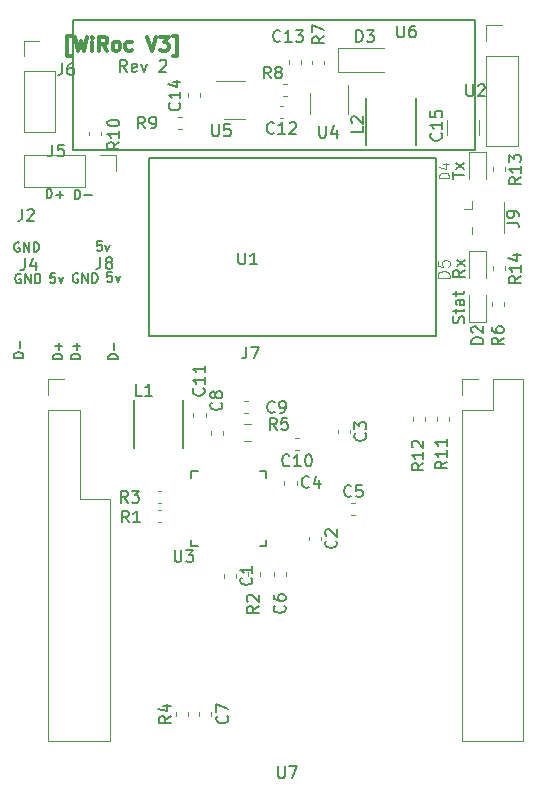
<source format=gto>
G04 #@! TF.GenerationSoftware,KiCad,Pcbnew,5.0.2-bee76a0~70~ubuntu16.04.1*
G04 #@! TF.CreationDate,2019-09-16T22:34:13+02:00*
G04 #@! TF.ProjectId,WiRoc_NanoPi_v1,5769526f-635f-44e6-916e-6f50695f7631,rev?*
G04 #@! TF.SameCoordinates,Original*
G04 #@! TF.FileFunction,Legend,Top*
G04 #@! TF.FilePolarity,Positive*
%FSLAX46Y46*%
G04 Gerber Fmt 4.6, Leading zero omitted, Abs format (unit mm)*
G04 Created by KiCad (PCBNEW 5.0.2-bee76a0~70~ubuntu16.04.1) date mån 16 sep 2019 22:34:13*
%MOMM*%
%LPD*%
G01*
G04 APERTURE LIST*
%ADD10C,0.200000*%
%ADD11C,0.300000*%
%ADD12C,0.150000*%
%ADD13C,0.120000*%
%ADD14C,0.100000*%
G04 APERTURE END LIST*
D10*
X87453161Y-72194923D02*
X87500780Y-72052066D01*
X87500780Y-71813971D01*
X87453161Y-71718733D01*
X87405542Y-71671114D01*
X87310304Y-71623495D01*
X87215066Y-71623495D01*
X87119828Y-71671114D01*
X87072209Y-71718733D01*
X87024590Y-71813971D01*
X86976971Y-72004447D01*
X86929352Y-72099685D01*
X86881733Y-72147304D01*
X86786495Y-72194923D01*
X86691257Y-72194923D01*
X86596019Y-72147304D01*
X86548400Y-72099685D01*
X86500780Y-72004447D01*
X86500780Y-71766352D01*
X86548400Y-71623495D01*
X86834114Y-71337780D02*
X86834114Y-70956828D01*
X86500780Y-71194923D02*
X87357923Y-71194923D01*
X87453161Y-71147304D01*
X87500780Y-71052066D01*
X87500780Y-70956828D01*
X87500780Y-70194923D02*
X86976971Y-70194923D01*
X86881733Y-70242542D01*
X86834114Y-70337780D01*
X86834114Y-70528257D01*
X86881733Y-70623495D01*
X87453161Y-70194923D02*
X87500780Y-70290161D01*
X87500780Y-70528257D01*
X87453161Y-70623495D01*
X87357923Y-70671114D01*
X87262685Y-70671114D01*
X87167447Y-70623495D01*
X87119828Y-70528257D01*
X87119828Y-70290161D01*
X87072209Y-70194923D01*
X86834114Y-69861590D02*
X86834114Y-69480638D01*
X86500780Y-69718733D02*
X87357923Y-69718733D01*
X87453161Y-69671114D01*
X87500780Y-69575876D01*
X87500780Y-69480638D01*
X87526180Y-67704038D02*
X87049990Y-68037371D01*
X87526180Y-68275466D02*
X86526180Y-68275466D01*
X86526180Y-67894514D01*
X86573800Y-67799276D01*
X86621419Y-67751657D01*
X86716657Y-67704038D01*
X86859514Y-67704038D01*
X86954752Y-67751657D01*
X87002371Y-67799276D01*
X87049990Y-67894514D01*
X87049990Y-68275466D01*
X87526180Y-67370704D02*
X86859514Y-66846895D01*
X86859514Y-67370704D02*
X87526180Y-66846895D01*
X86500780Y-59942676D02*
X86500780Y-59371247D01*
X87500780Y-59656961D02*
X86500780Y-59656961D01*
X87500780Y-59133152D02*
X86834114Y-58609342D01*
X86834114Y-59133152D02*
X87500780Y-58609342D01*
X58945057Y-50890780D02*
X58611723Y-50414590D01*
X58373628Y-50890780D02*
X58373628Y-49890780D01*
X58754580Y-49890780D01*
X58849819Y-49938400D01*
X58897438Y-49986019D01*
X58945057Y-50081257D01*
X58945057Y-50224114D01*
X58897438Y-50319352D01*
X58849819Y-50366971D01*
X58754580Y-50414590D01*
X58373628Y-50414590D01*
X59754580Y-50843161D02*
X59659342Y-50890780D01*
X59468866Y-50890780D01*
X59373628Y-50843161D01*
X59326009Y-50747923D01*
X59326009Y-50366971D01*
X59373628Y-50271733D01*
X59468866Y-50224114D01*
X59659342Y-50224114D01*
X59754580Y-50271733D01*
X59802200Y-50366971D01*
X59802200Y-50462209D01*
X59326009Y-50557447D01*
X60135533Y-50224114D02*
X60373628Y-50890780D01*
X60611723Y-50224114D01*
X61706961Y-49986019D02*
X61754580Y-49938400D01*
X61849819Y-49890780D01*
X62087914Y-49890780D01*
X62183152Y-49938400D01*
X62230771Y-49986019D01*
X62278390Y-50081257D01*
X62278390Y-50176495D01*
X62230771Y-50319352D01*
X61659342Y-50890780D01*
X62278390Y-50890780D01*
D11*
X54181342Y-49552457D02*
X53895628Y-49552457D01*
X53895628Y-47838171D01*
X54181342Y-47838171D01*
X54524200Y-47952457D02*
X54809914Y-49152457D01*
X55038485Y-48295314D01*
X55267057Y-49152457D01*
X55552771Y-47952457D01*
X56009914Y-49152457D02*
X56009914Y-48352457D01*
X56009914Y-47952457D02*
X55952771Y-48009600D01*
X56009914Y-48066742D01*
X56067057Y-48009600D01*
X56009914Y-47952457D01*
X56009914Y-48066742D01*
X57267057Y-49152457D02*
X56867057Y-48581028D01*
X56581342Y-49152457D02*
X56581342Y-47952457D01*
X57038485Y-47952457D01*
X57152771Y-48009600D01*
X57209914Y-48066742D01*
X57267057Y-48181028D01*
X57267057Y-48352457D01*
X57209914Y-48466742D01*
X57152771Y-48523885D01*
X57038485Y-48581028D01*
X56581342Y-48581028D01*
X57952771Y-49152457D02*
X57838485Y-49095314D01*
X57781342Y-49038171D01*
X57724200Y-48923885D01*
X57724200Y-48581028D01*
X57781342Y-48466742D01*
X57838485Y-48409600D01*
X57952771Y-48352457D01*
X58124200Y-48352457D01*
X58238485Y-48409600D01*
X58295628Y-48466742D01*
X58352771Y-48581028D01*
X58352771Y-48923885D01*
X58295628Y-49038171D01*
X58238485Y-49095314D01*
X58124200Y-49152457D01*
X57952771Y-49152457D01*
X59381342Y-49095314D02*
X59267057Y-49152457D01*
X59038485Y-49152457D01*
X58924200Y-49095314D01*
X58867057Y-49038171D01*
X58809914Y-48923885D01*
X58809914Y-48581028D01*
X58867057Y-48466742D01*
X58924200Y-48409600D01*
X59038485Y-48352457D01*
X59267057Y-48352457D01*
X59381342Y-48409600D01*
X60638485Y-47952457D02*
X61038485Y-49152457D01*
X61438485Y-47952457D01*
X61724200Y-47952457D02*
X62467057Y-47952457D01*
X62067057Y-48409600D01*
X62238485Y-48409600D01*
X62352771Y-48466742D01*
X62409914Y-48523885D01*
X62467057Y-48638171D01*
X62467057Y-48923885D01*
X62409914Y-49038171D01*
X62352771Y-49095314D01*
X62238485Y-49152457D01*
X61895628Y-49152457D01*
X61781342Y-49095314D01*
X61724200Y-49038171D01*
X62867057Y-49552457D02*
X63152771Y-49552457D01*
X63152771Y-47838171D01*
X62867057Y-47838171D01*
D12*
G04 #@! TO.C,U3*
X70724800Y-84708600D02*
X70174800Y-84708600D01*
X70724800Y-91058600D02*
X70174800Y-91058600D01*
X64374800Y-91058600D02*
X64924800Y-91058600D01*
X64374800Y-84708600D02*
X64924800Y-84708600D01*
X64374800Y-91058600D02*
X64374800Y-90508600D01*
X70724800Y-91058600D02*
X70724800Y-90508600D01*
X70724800Y-84708600D02*
X70724800Y-85258600D01*
X64374800Y-84708600D02*
X64374800Y-85258600D01*
D13*
G04 #@! TO.C,J7*
X87290000Y-79535000D02*
X89890000Y-79535000D01*
X87290000Y-107535000D02*
X92490000Y-107535000D01*
X87290000Y-76935000D02*
X88620000Y-76935000D01*
X92490000Y-76935000D02*
X92490000Y-107535000D01*
X87290000Y-78265000D02*
X87290000Y-76935000D01*
X89890000Y-79535000D02*
X89890000Y-76935000D01*
X87290000Y-79535000D02*
X87290000Y-107535000D01*
X89890000Y-76935000D02*
X92490000Y-76935000D01*
X52280000Y-107535000D02*
X57480000Y-107535000D01*
X52280000Y-76935000D02*
X53610000Y-76935000D01*
X52280000Y-78265000D02*
X52280000Y-76935000D01*
X52280000Y-79535000D02*
X54940000Y-79535000D01*
X54956200Y-79535000D02*
X54956200Y-87115000D01*
X52280000Y-79535000D02*
X52280000Y-107535000D01*
X54950000Y-87115000D02*
X57400000Y-87115000D01*
X57480000Y-87115000D02*
X57480000Y-107535000D01*
D12*
G04 #@! TO.C,U1*
X85124200Y-73235200D02*
X85124200Y-58235200D01*
X60824200Y-73235200D02*
X85124200Y-73235200D01*
X60824200Y-58235200D02*
X60824200Y-73235200D01*
X85124200Y-58235200D02*
X60824200Y-58235200D01*
D13*
G04 #@! TO.C,J6*
X50183800Y-48270200D02*
X51513800Y-48270200D01*
X50183800Y-49600200D02*
X50183800Y-48270200D01*
X50183800Y-50870200D02*
X52843800Y-50870200D01*
X52843800Y-50870200D02*
X52843800Y-56010200D01*
X50183800Y-50870200D02*
X50183800Y-56010200D01*
X50183800Y-56010200D02*
X52843800Y-56010200D01*
G04 #@! TO.C,U4*
X74458086Y-52682546D02*
X74458086Y-54482546D01*
X77678086Y-54482546D02*
X77678086Y-52032546D01*
G04 #@! TO.C,U5*
X67121200Y-54891200D02*
X68921200Y-54891200D01*
X68921200Y-51671200D02*
X66471200Y-51671200D01*
D12*
G04 #@! TO.C,L1*
X63709400Y-82724500D02*
X63709400Y-78724500D01*
X59509400Y-82724500D02*
X59509400Y-78724500D01*
G04 #@! TO.C,L2*
X79180000Y-57118000D02*
X79180000Y-53118000D01*
X83380000Y-57118000D02*
X83380000Y-53118000D01*
D13*
G04 #@! TO.C,C4*
X72275400Y-85891079D02*
X72275400Y-85565521D01*
X73295400Y-85891079D02*
X73295400Y-85565521D01*
G04 #@! TO.C,C5*
X77942221Y-88394000D02*
X78267779Y-88394000D01*
X77942221Y-87374000D02*
X78267779Y-87374000D01*
G04 #@! TO.C,C6*
X71356000Y-93297221D02*
X71356000Y-93622779D01*
X72376000Y-93297221D02*
X72376000Y-93622779D01*
G04 #@! TO.C,C7*
X65022000Y-105445779D02*
X65022000Y-105120221D01*
X66042000Y-105445779D02*
X66042000Y-105120221D01*
G04 #@! TO.C,C8*
X67034380Y-81333121D02*
X67034380Y-81658679D01*
X66014380Y-81333121D02*
X66014380Y-81658679D01*
G04 #@! TO.C,C9*
X69148419Y-79758000D02*
X68822861Y-79758000D01*
X69148419Y-78738000D02*
X68822861Y-78738000D01*
G04 #@! TO.C,C10*
X73494279Y-81916300D02*
X73168721Y-81916300D01*
X73494279Y-82936300D02*
X73168721Y-82936300D01*
G04 #@! TO.C,C11*
X65589120Y-80157539D02*
X65589120Y-79831981D01*
X64569120Y-80157539D02*
X64569120Y-79831981D01*
G04 #@! TO.C,C12*
X72188799Y-53764260D02*
X71863241Y-53764260D01*
X72188799Y-54784260D02*
X71863241Y-54784260D01*
G04 #@! TO.C,C13*
X73636600Y-49930721D02*
X73636600Y-50256279D01*
X72616600Y-49930721D02*
X72616600Y-50256279D01*
G04 #@! TO.C,C14*
X65127500Y-52736049D02*
X65127500Y-53061607D01*
X64107500Y-52736049D02*
X64107500Y-53061607D01*
G04 #@! TO.C,D2*
X87860200Y-69799300D02*
X87860200Y-72084300D01*
X87860200Y-72084300D02*
X89330200Y-72084300D01*
X89330200Y-72084300D02*
X89330200Y-69799300D01*
G04 #@! TO.C,D3*
X76824520Y-48918160D02*
X76824520Y-50918160D01*
X76824520Y-50918160D02*
X80724520Y-50918160D01*
X76824520Y-48918160D02*
X80724520Y-48918160D01*
G04 #@! TO.C,R1*
X61535521Y-89019600D02*
X61861079Y-89019600D01*
X61535521Y-87999600D02*
X61861079Y-87999600D01*
G04 #@! TO.C,R2*
X69189300Y-93561879D02*
X69189300Y-93236321D01*
X70209300Y-93561879D02*
X70209300Y-93236321D01*
G04 #@! TO.C,R3*
X61523521Y-87380100D02*
X61849079Y-87380100D01*
X61523521Y-86360100D02*
X61849079Y-86360100D01*
G04 #@! TO.C,R4*
X64137000Y-105445779D02*
X64137000Y-105120221D01*
X63117000Y-105445779D02*
X63117000Y-105120221D01*
G04 #@! TO.C,R5*
X68882002Y-80724940D02*
X69399158Y-80724940D01*
X68882002Y-82144940D02*
X69399158Y-82144940D01*
G04 #@! TO.C,R6*
X90883200Y-70762079D02*
X90883200Y-70436521D01*
X89863200Y-70762079D02*
X89863200Y-70436521D01*
G04 #@! TO.C,R7*
X75592400Y-50281679D02*
X75592400Y-49956121D01*
X74572400Y-50281679D02*
X74572400Y-49956121D01*
G04 #@! TO.C,R8*
X72129941Y-51948160D02*
X72455499Y-51948160D01*
X72129941Y-52968160D02*
X72455499Y-52968160D01*
G04 #@! TO.C,R9*
X63235621Y-54765100D02*
X63561179Y-54765100D01*
X63235621Y-55785100D02*
X63561179Y-55785100D01*
G04 #@! TO.C,R10*
X56771000Y-55971221D02*
X56771000Y-56296779D01*
X55751000Y-55971221D02*
X55751000Y-56296779D01*
G04 #@! TO.C,R11*
X86168960Y-80159641D02*
X86168960Y-80485199D01*
X85148960Y-80159641D02*
X85148960Y-80485199D01*
G04 #@! TO.C,R12*
X84157280Y-80146941D02*
X84157280Y-80472499D01*
X83137280Y-80146941D02*
X83137280Y-80472499D01*
G04 #@! TO.C,D4*
X89355600Y-59969300D02*
X89355600Y-57684300D01*
X89355600Y-57684300D02*
X87885600Y-57684300D01*
X87885600Y-57684300D02*
X87885600Y-59969300D01*
G04 #@! TO.C,D5*
X87885600Y-66040900D02*
X87885600Y-68325900D01*
X89355600Y-66040900D02*
X87885600Y-66040900D01*
X89355600Y-68325900D02*
X89355600Y-66040900D01*
G04 #@! TO.C,R13*
X89888600Y-59332079D02*
X89888600Y-59006521D01*
X90908600Y-59332079D02*
X90908600Y-59006521D01*
G04 #@! TO.C,R14*
X90908600Y-67688679D02*
X90908600Y-67363121D01*
X89888600Y-67688679D02*
X89888600Y-67363121D01*
G04 #@! TO.C,J5*
X50232000Y-57979000D02*
X50232000Y-60639000D01*
X55372000Y-57979000D02*
X50232000Y-57979000D01*
X55372000Y-60639000D02*
X50232000Y-60639000D01*
X55372000Y-57979000D02*
X55372000Y-60639000D01*
X56642000Y-57979000D02*
X57972000Y-57979000D01*
X57972000Y-57979000D02*
X57972000Y-59309000D01*
D12*
G04 #@! TO.C,U2*
X88392000Y-46482000D02*
X54356000Y-46482000D01*
X54356000Y-46482000D02*
X54356000Y-57531000D01*
X88392000Y-46482000D02*
X88392000Y-57531000D01*
X88392000Y-57531000D02*
X54356000Y-57531000D01*
D13*
X89348000Y-49530000D02*
X89348000Y-57210000D01*
X89348000Y-57210000D02*
X92008000Y-57210000D01*
X92008000Y-57210000D02*
X92008000Y-49530000D01*
X92008000Y-49530000D02*
X89348000Y-49530000D01*
X89348000Y-48260000D02*
X89348000Y-46930000D01*
X89348000Y-46930000D02*
X90678000Y-46930000D01*
G04 #@! TO.C,C15*
X88736000Y-55023936D02*
X88736000Y-56228064D01*
X86016000Y-55023936D02*
X86016000Y-56228064D01*
G04 #@! TO.C,J9*
X90862000Y-61896000D02*
X90862000Y-64596000D01*
X88142000Y-62486000D02*
X87512000Y-62486000D01*
X88142000Y-64646000D02*
X88142000Y-64006000D01*
X88142000Y-61846000D02*
X88142000Y-62486000D01*
G04 #@! TO.C,C1*
X68177300Y-93414821D02*
X68177300Y-93740379D01*
X67157300Y-93414821D02*
X67157300Y-93740379D01*
G04 #@! TO.C,C2*
X74332800Y-90263821D02*
X74332800Y-90589379D01*
X75352800Y-90263821D02*
X75352800Y-90589379D01*
G04 #@! TO.C,C3*
X77811600Y-81193421D02*
X77811600Y-81518979D01*
X76791600Y-81193421D02*
X76791600Y-81518979D01*
G04 #@! TO.C,U3*
D12*
X62976095Y-91400380D02*
X62976095Y-92209904D01*
X63023714Y-92305142D01*
X63071333Y-92352761D01*
X63166571Y-92400380D01*
X63357047Y-92400380D01*
X63452285Y-92352761D01*
X63499904Y-92305142D01*
X63547523Y-92209904D01*
X63547523Y-91400380D01*
X63928476Y-91400380D02*
X64547523Y-91400380D01*
X64214190Y-91781333D01*
X64357047Y-91781333D01*
X64452285Y-91828952D01*
X64499904Y-91876571D01*
X64547523Y-91971809D01*
X64547523Y-92209904D01*
X64499904Y-92305142D01*
X64452285Y-92352761D01*
X64357047Y-92400380D01*
X64071333Y-92400380D01*
X63976095Y-92352761D01*
X63928476Y-92305142D01*
G04 #@! TO.C,J7*
X69048666Y-74166380D02*
X69048666Y-74880666D01*
X69001047Y-75023523D01*
X68905809Y-75118761D01*
X68762952Y-75166380D01*
X68667714Y-75166380D01*
X69429619Y-74166380D02*
X70096285Y-74166380D01*
X69667714Y-75166380D01*
G04 #@! TO.C,U1*
X68379495Y-66222980D02*
X68379495Y-67032504D01*
X68427114Y-67127742D01*
X68474733Y-67175361D01*
X68569971Y-67222980D01*
X68760447Y-67222980D01*
X68855685Y-67175361D01*
X68903304Y-67127742D01*
X68950923Y-67032504D01*
X68950923Y-66222980D01*
X69950923Y-67222980D02*
X69379495Y-67222980D01*
X69665209Y-67222980D02*
X69665209Y-66222980D01*
X69569971Y-66365838D01*
X69474733Y-66461076D01*
X69379495Y-66508695D01*
G04 #@! TO.C,U7*
X71732295Y-109707780D02*
X71732295Y-110517304D01*
X71779914Y-110612542D01*
X71827533Y-110660161D01*
X71922771Y-110707780D01*
X72113247Y-110707780D01*
X72208485Y-110660161D01*
X72256104Y-110612542D01*
X72303723Y-110517304D01*
X72303723Y-109707780D01*
X72684676Y-109707780D02*
X73351342Y-109707780D01*
X72922771Y-110707780D01*
G04 #@! TO.C,U6*
X81830895Y-46995180D02*
X81830895Y-47804704D01*
X81878514Y-47899942D01*
X81926133Y-47947561D01*
X82021371Y-47995180D01*
X82211847Y-47995180D01*
X82307085Y-47947561D01*
X82354704Y-47899942D01*
X82402323Y-47804704D01*
X82402323Y-46995180D01*
X83307085Y-46995180D02*
X83116609Y-46995180D01*
X83021371Y-47042800D01*
X82973752Y-47090419D01*
X82878514Y-47233276D01*
X82830895Y-47423752D01*
X82830895Y-47804704D01*
X82878514Y-47899942D01*
X82926133Y-47947561D01*
X83021371Y-47995180D01*
X83211847Y-47995180D01*
X83307085Y-47947561D01*
X83354704Y-47899942D01*
X83402323Y-47804704D01*
X83402323Y-47566609D01*
X83354704Y-47471371D01*
X83307085Y-47423752D01*
X83211847Y-47376133D01*
X83021371Y-47376133D01*
X82926133Y-47423752D01*
X82878514Y-47471371D01*
X82830895Y-47566609D01*
G04 #@! TO.C,J6*
X53466466Y-50170180D02*
X53466466Y-50884466D01*
X53418847Y-51027323D01*
X53323609Y-51122561D01*
X53180752Y-51170180D01*
X53085514Y-51170180D01*
X54371228Y-50170180D02*
X54180752Y-50170180D01*
X54085514Y-50217800D01*
X54037895Y-50265419D01*
X53942657Y-50408276D01*
X53895038Y-50598752D01*
X53895038Y-50979704D01*
X53942657Y-51074942D01*
X53990276Y-51122561D01*
X54085514Y-51170180D01*
X54275990Y-51170180D01*
X54371228Y-51122561D01*
X54418847Y-51074942D01*
X54466466Y-50979704D01*
X54466466Y-50741609D01*
X54418847Y-50646371D01*
X54371228Y-50598752D01*
X54275990Y-50551133D01*
X54085514Y-50551133D01*
X53990276Y-50598752D01*
X53942657Y-50646371D01*
X53895038Y-50741609D01*
G04 #@! TO.C,U4*
X75212095Y-55478780D02*
X75212095Y-56288304D01*
X75259714Y-56383542D01*
X75307333Y-56431161D01*
X75402571Y-56478780D01*
X75593047Y-56478780D01*
X75688285Y-56431161D01*
X75735904Y-56383542D01*
X75783523Y-56288304D01*
X75783523Y-55478780D01*
X76688285Y-55812114D02*
X76688285Y-56478780D01*
X76450190Y-55431161D02*
X76212095Y-56145447D01*
X76831142Y-56145447D01*
G04 #@! TO.C,U5*
X66144295Y-55351780D02*
X66144295Y-56161304D01*
X66191914Y-56256542D01*
X66239533Y-56304161D01*
X66334771Y-56351780D01*
X66525247Y-56351780D01*
X66620485Y-56304161D01*
X66668104Y-56256542D01*
X66715723Y-56161304D01*
X66715723Y-55351780D01*
X67668104Y-55351780D02*
X67191914Y-55351780D01*
X67144295Y-55827971D01*
X67191914Y-55780352D01*
X67287152Y-55732733D01*
X67525247Y-55732733D01*
X67620485Y-55780352D01*
X67668104Y-55827971D01*
X67715723Y-55923209D01*
X67715723Y-56161304D01*
X67668104Y-56256542D01*
X67620485Y-56304161D01*
X67525247Y-56351780D01*
X67287152Y-56351780D01*
X67191914Y-56304161D01*
X67144295Y-56256542D01*
G04 #@! TO.C,L1*
X60211733Y-78322780D02*
X59735542Y-78322780D01*
X59735542Y-77322780D01*
X61068876Y-78322780D02*
X60497447Y-78322780D01*
X60783161Y-78322780D02*
X60783161Y-77322780D01*
X60687923Y-77465638D01*
X60592685Y-77560876D01*
X60497447Y-77608495D01*
G04 #@! TO.C,L2*
X78915580Y-55532666D02*
X78915580Y-56008857D01*
X77915580Y-56008857D01*
X78010819Y-55246952D02*
X77963200Y-55199333D01*
X77915580Y-55104095D01*
X77915580Y-54866000D01*
X77963200Y-54770761D01*
X78010819Y-54723142D01*
X78106057Y-54675523D01*
X78201295Y-54675523D01*
X78344152Y-54723142D01*
X78915580Y-55294571D01*
X78915580Y-54675523D01*
G04 #@! TO.C,C4*
X74359533Y-86050742D02*
X74311914Y-86098361D01*
X74169057Y-86145980D01*
X74073819Y-86145980D01*
X73930961Y-86098361D01*
X73835723Y-86003123D01*
X73788104Y-85907885D01*
X73740485Y-85717409D01*
X73740485Y-85574552D01*
X73788104Y-85384076D01*
X73835723Y-85288838D01*
X73930961Y-85193600D01*
X74073819Y-85145980D01*
X74169057Y-85145980D01*
X74311914Y-85193600D01*
X74359533Y-85241219D01*
X75216676Y-85479314D02*
X75216676Y-86145980D01*
X74978580Y-85098361D02*
X74740485Y-85812647D01*
X75359533Y-85812647D01*
G04 #@! TO.C,C5*
X77938333Y-86811142D02*
X77890714Y-86858761D01*
X77747857Y-86906380D01*
X77652619Y-86906380D01*
X77509761Y-86858761D01*
X77414523Y-86763523D01*
X77366904Y-86668285D01*
X77319285Y-86477809D01*
X77319285Y-86334952D01*
X77366904Y-86144476D01*
X77414523Y-86049238D01*
X77509761Y-85954000D01*
X77652619Y-85906380D01*
X77747857Y-85906380D01*
X77890714Y-85954000D01*
X77938333Y-86001619D01*
X78843095Y-85906380D02*
X78366904Y-85906380D01*
X78319285Y-86382571D01*
X78366904Y-86334952D01*
X78462142Y-86287333D01*
X78700238Y-86287333D01*
X78795476Y-86334952D01*
X78843095Y-86382571D01*
X78890714Y-86477809D01*
X78890714Y-86715904D01*
X78843095Y-86811142D01*
X78795476Y-86858761D01*
X78700238Y-86906380D01*
X78462142Y-86906380D01*
X78366904Y-86858761D01*
X78319285Y-86811142D01*
G04 #@! TO.C,C6*
X72267142Y-96096466D02*
X72314761Y-96144085D01*
X72362380Y-96286942D01*
X72362380Y-96382180D01*
X72314761Y-96525038D01*
X72219523Y-96620276D01*
X72124285Y-96667895D01*
X71933809Y-96715514D01*
X71790952Y-96715514D01*
X71600476Y-96667895D01*
X71505238Y-96620276D01*
X71410000Y-96525038D01*
X71362380Y-96382180D01*
X71362380Y-96286942D01*
X71410000Y-96144085D01*
X71457619Y-96096466D01*
X71362380Y-95239323D02*
X71362380Y-95429800D01*
X71410000Y-95525038D01*
X71457619Y-95572657D01*
X71600476Y-95667895D01*
X71790952Y-95715514D01*
X72171904Y-95715514D01*
X72267142Y-95667895D01*
X72314761Y-95620276D01*
X72362380Y-95525038D01*
X72362380Y-95334561D01*
X72314761Y-95239323D01*
X72267142Y-95191704D01*
X72171904Y-95144085D01*
X71933809Y-95144085D01*
X71838571Y-95191704D01*
X71790952Y-95239323D01*
X71743333Y-95334561D01*
X71743333Y-95525038D01*
X71790952Y-95620276D01*
X71838571Y-95667895D01*
X71933809Y-95715514D01*
G04 #@! TO.C,C7*
X67415742Y-105449666D02*
X67463361Y-105497285D01*
X67510980Y-105640142D01*
X67510980Y-105735380D01*
X67463361Y-105878238D01*
X67368123Y-105973476D01*
X67272885Y-106021095D01*
X67082409Y-106068714D01*
X66939552Y-106068714D01*
X66749076Y-106021095D01*
X66653838Y-105973476D01*
X66558600Y-105878238D01*
X66510980Y-105735380D01*
X66510980Y-105640142D01*
X66558600Y-105497285D01*
X66606219Y-105449666D01*
X66510980Y-105116333D02*
X66510980Y-104449666D01*
X67510980Y-104878238D01*
G04 #@! TO.C,C8*
X66907742Y-78926066D02*
X66955361Y-78973685D01*
X67002980Y-79116542D01*
X67002980Y-79211780D01*
X66955361Y-79354638D01*
X66860123Y-79449876D01*
X66764885Y-79497495D01*
X66574409Y-79545114D01*
X66431552Y-79545114D01*
X66241076Y-79497495D01*
X66145838Y-79449876D01*
X66050600Y-79354638D01*
X66002980Y-79211780D01*
X66002980Y-79116542D01*
X66050600Y-78973685D01*
X66098219Y-78926066D01*
X66431552Y-78354638D02*
X66383933Y-78449876D01*
X66336314Y-78497495D01*
X66241076Y-78545114D01*
X66193457Y-78545114D01*
X66098219Y-78497495D01*
X66050600Y-78449876D01*
X66002980Y-78354638D01*
X66002980Y-78164161D01*
X66050600Y-78068923D01*
X66098219Y-78021304D01*
X66193457Y-77973685D01*
X66241076Y-77973685D01*
X66336314Y-78021304D01*
X66383933Y-78068923D01*
X66431552Y-78164161D01*
X66431552Y-78354638D01*
X66479171Y-78449876D01*
X66526790Y-78497495D01*
X66622028Y-78545114D01*
X66812504Y-78545114D01*
X66907742Y-78497495D01*
X66955361Y-78449876D01*
X67002980Y-78354638D01*
X67002980Y-78164161D01*
X66955361Y-78068923D01*
X66907742Y-78021304D01*
X66812504Y-77973685D01*
X66622028Y-77973685D01*
X66526790Y-78021304D01*
X66479171Y-78068923D01*
X66431552Y-78164161D01*
G04 #@! TO.C,C9*
X71438533Y-79700742D02*
X71390914Y-79748361D01*
X71248057Y-79795980D01*
X71152819Y-79795980D01*
X71009961Y-79748361D01*
X70914723Y-79653123D01*
X70867104Y-79557885D01*
X70819485Y-79367409D01*
X70819485Y-79224552D01*
X70867104Y-79034076D01*
X70914723Y-78938838D01*
X71009961Y-78843600D01*
X71152819Y-78795980D01*
X71248057Y-78795980D01*
X71390914Y-78843600D01*
X71438533Y-78891219D01*
X71914723Y-79795980D02*
X72105200Y-79795980D01*
X72200438Y-79748361D01*
X72248057Y-79700742D01*
X72343295Y-79557885D01*
X72390914Y-79367409D01*
X72390914Y-78986457D01*
X72343295Y-78891219D01*
X72295676Y-78843600D01*
X72200438Y-78795980D01*
X72009961Y-78795980D01*
X71914723Y-78843600D01*
X71867104Y-78891219D01*
X71819485Y-78986457D01*
X71819485Y-79224552D01*
X71867104Y-79319790D01*
X71914723Y-79367409D01*
X72009961Y-79415028D01*
X72200438Y-79415028D01*
X72295676Y-79367409D01*
X72343295Y-79319790D01*
X72390914Y-79224552D01*
G04 #@! TO.C,C10*
X72688642Y-84213442D02*
X72641023Y-84261061D01*
X72498166Y-84308680D01*
X72402928Y-84308680D01*
X72260071Y-84261061D01*
X72164833Y-84165823D01*
X72117214Y-84070585D01*
X72069595Y-83880109D01*
X72069595Y-83737252D01*
X72117214Y-83546776D01*
X72164833Y-83451538D01*
X72260071Y-83356300D01*
X72402928Y-83308680D01*
X72498166Y-83308680D01*
X72641023Y-83356300D01*
X72688642Y-83403919D01*
X73641023Y-84308680D02*
X73069595Y-84308680D01*
X73355309Y-84308680D02*
X73355309Y-83308680D01*
X73260071Y-83451538D01*
X73164833Y-83546776D01*
X73069595Y-83594395D01*
X74260071Y-83308680D02*
X74355309Y-83308680D01*
X74450547Y-83356300D01*
X74498166Y-83403919D01*
X74545785Y-83499157D01*
X74593404Y-83689633D01*
X74593404Y-83927728D01*
X74545785Y-84118204D01*
X74498166Y-84213442D01*
X74450547Y-84261061D01*
X74355309Y-84308680D01*
X74260071Y-84308680D01*
X74164833Y-84261061D01*
X74117214Y-84213442D01*
X74069595Y-84118204D01*
X74021976Y-83927728D01*
X74021976Y-83689633D01*
X74069595Y-83499157D01*
X74117214Y-83403919D01*
X74164833Y-83356300D01*
X74260071Y-83308680D01*
G04 #@! TO.C,C11*
X65409142Y-77700457D02*
X65456761Y-77748076D01*
X65504380Y-77890933D01*
X65504380Y-77986171D01*
X65456761Y-78129028D01*
X65361523Y-78224266D01*
X65266285Y-78271885D01*
X65075809Y-78319504D01*
X64932952Y-78319504D01*
X64742476Y-78271885D01*
X64647238Y-78224266D01*
X64552000Y-78129028D01*
X64504380Y-77986171D01*
X64504380Y-77890933D01*
X64552000Y-77748076D01*
X64599619Y-77700457D01*
X65504380Y-76748076D02*
X65504380Y-77319504D01*
X65504380Y-77033790D02*
X64504380Y-77033790D01*
X64647238Y-77129028D01*
X64742476Y-77224266D01*
X64790095Y-77319504D01*
X65504380Y-75795695D02*
X65504380Y-76367123D01*
X65504380Y-76081409D02*
X64504380Y-76081409D01*
X64647238Y-76176647D01*
X64742476Y-76271885D01*
X64790095Y-76367123D01*
G04 #@! TO.C,C12*
X71383162Y-56061402D02*
X71335543Y-56109021D01*
X71192686Y-56156640D01*
X71097448Y-56156640D01*
X70954591Y-56109021D01*
X70859353Y-56013783D01*
X70811734Y-55918545D01*
X70764115Y-55728069D01*
X70764115Y-55585212D01*
X70811734Y-55394736D01*
X70859353Y-55299498D01*
X70954591Y-55204260D01*
X71097448Y-55156640D01*
X71192686Y-55156640D01*
X71335543Y-55204260D01*
X71383162Y-55251879D01*
X72335543Y-56156640D02*
X71764115Y-56156640D01*
X72049829Y-56156640D02*
X72049829Y-55156640D01*
X71954591Y-55299498D01*
X71859353Y-55394736D01*
X71764115Y-55442355D01*
X72716496Y-55251879D02*
X72764115Y-55204260D01*
X72859353Y-55156640D01*
X73097448Y-55156640D01*
X73192686Y-55204260D01*
X73240305Y-55251879D01*
X73287924Y-55347117D01*
X73287924Y-55442355D01*
X73240305Y-55585212D01*
X72668877Y-56156640D01*
X73287924Y-56156640D01*
G04 #@! TO.C,C13*
X71927542Y-48280942D02*
X71879923Y-48328561D01*
X71737066Y-48376180D01*
X71641828Y-48376180D01*
X71498971Y-48328561D01*
X71403733Y-48233323D01*
X71356114Y-48138085D01*
X71308495Y-47947609D01*
X71308495Y-47804752D01*
X71356114Y-47614276D01*
X71403733Y-47519038D01*
X71498971Y-47423800D01*
X71641828Y-47376180D01*
X71737066Y-47376180D01*
X71879923Y-47423800D01*
X71927542Y-47471419D01*
X72879923Y-48376180D02*
X72308495Y-48376180D01*
X72594209Y-48376180D02*
X72594209Y-47376180D01*
X72498971Y-47519038D01*
X72403733Y-47614276D01*
X72308495Y-47661895D01*
X73213257Y-47376180D02*
X73832304Y-47376180D01*
X73498971Y-47757133D01*
X73641828Y-47757133D01*
X73737066Y-47804752D01*
X73784685Y-47852371D01*
X73832304Y-47947609D01*
X73832304Y-48185704D01*
X73784685Y-48280942D01*
X73737066Y-48328561D01*
X73641828Y-48376180D01*
X73356114Y-48376180D01*
X73260876Y-48328561D01*
X73213257Y-48280942D01*
G04 #@! TO.C,C14*
X63374542Y-53543057D02*
X63422161Y-53590676D01*
X63469780Y-53733533D01*
X63469780Y-53828771D01*
X63422161Y-53971628D01*
X63326923Y-54066866D01*
X63231685Y-54114485D01*
X63041209Y-54162104D01*
X62898352Y-54162104D01*
X62707876Y-54114485D01*
X62612638Y-54066866D01*
X62517400Y-53971628D01*
X62469780Y-53828771D01*
X62469780Y-53733533D01*
X62517400Y-53590676D01*
X62565019Y-53543057D01*
X63469780Y-52590676D02*
X63469780Y-53162104D01*
X63469780Y-52876390D02*
X62469780Y-52876390D01*
X62612638Y-52971628D01*
X62707876Y-53066866D01*
X62755495Y-53162104D01*
X62803114Y-51733533D02*
X63469780Y-51733533D01*
X62422161Y-51971628D02*
X63136447Y-52209723D01*
X63136447Y-51590676D01*
G04 #@! TO.C,D2*
X89100980Y-73960295D02*
X88100980Y-73960295D01*
X88100980Y-73722200D01*
X88148600Y-73579342D01*
X88243838Y-73484104D01*
X88339076Y-73436485D01*
X88529552Y-73388866D01*
X88672409Y-73388866D01*
X88862885Y-73436485D01*
X88958123Y-73484104D01*
X89053361Y-73579342D01*
X89100980Y-73722200D01*
X89100980Y-73960295D01*
X88196219Y-73007914D02*
X88148600Y-72960295D01*
X88100980Y-72865057D01*
X88100980Y-72626961D01*
X88148600Y-72531723D01*
X88196219Y-72484104D01*
X88291457Y-72436485D01*
X88386695Y-72436485D01*
X88529552Y-72484104D01*
X89100980Y-73055533D01*
X89100980Y-72436485D01*
G04 #@! TO.C,D3*
X78334704Y-48376180D02*
X78334704Y-47376180D01*
X78572800Y-47376180D01*
X78715657Y-47423800D01*
X78810895Y-47519038D01*
X78858514Y-47614276D01*
X78906133Y-47804752D01*
X78906133Y-47947609D01*
X78858514Y-48138085D01*
X78810895Y-48233323D01*
X78715657Y-48328561D01*
X78572800Y-48376180D01*
X78334704Y-48376180D01*
X79239466Y-47376180D02*
X79858514Y-47376180D01*
X79525180Y-47757133D01*
X79668038Y-47757133D01*
X79763276Y-47804752D01*
X79810895Y-47852371D01*
X79858514Y-47947609D01*
X79858514Y-48185704D01*
X79810895Y-48280942D01*
X79763276Y-48328561D01*
X79668038Y-48376180D01*
X79382323Y-48376180D01*
X79287085Y-48328561D01*
X79239466Y-48280942D01*
G04 #@! TO.C,R1*
X59094133Y-89066980D02*
X58760800Y-88590790D01*
X58522704Y-89066980D02*
X58522704Y-88066980D01*
X58903657Y-88066980D01*
X58998895Y-88114600D01*
X59046514Y-88162219D01*
X59094133Y-88257457D01*
X59094133Y-88400314D01*
X59046514Y-88495552D01*
X58998895Y-88543171D01*
X58903657Y-88590790D01*
X58522704Y-88590790D01*
X60046514Y-89066980D02*
X59475085Y-89066980D01*
X59760800Y-89066980D02*
X59760800Y-88066980D01*
X59665561Y-88209838D01*
X59570323Y-88305076D01*
X59475085Y-88352695D01*
G04 #@! TO.C,R2*
X70076380Y-96147266D02*
X69600190Y-96480600D01*
X70076380Y-96718695D02*
X69076380Y-96718695D01*
X69076380Y-96337742D01*
X69124000Y-96242504D01*
X69171619Y-96194885D01*
X69266857Y-96147266D01*
X69409714Y-96147266D01*
X69504952Y-96194885D01*
X69552571Y-96242504D01*
X69600190Y-96337742D01*
X69600190Y-96718695D01*
X69171619Y-95766314D02*
X69124000Y-95718695D01*
X69076380Y-95623457D01*
X69076380Y-95385361D01*
X69124000Y-95290123D01*
X69171619Y-95242504D01*
X69266857Y-95194885D01*
X69362095Y-95194885D01*
X69504952Y-95242504D01*
X70076380Y-95813933D01*
X70076380Y-95194885D01*
G04 #@! TO.C,R3*
X58992533Y-87390580D02*
X58659200Y-86914390D01*
X58421104Y-87390580D02*
X58421104Y-86390580D01*
X58802057Y-86390580D01*
X58897295Y-86438200D01*
X58944914Y-86485819D01*
X58992533Y-86581057D01*
X58992533Y-86723914D01*
X58944914Y-86819152D01*
X58897295Y-86866771D01*
X58802057Y-86914390D01*
X58421104Y-86914390D01*
X59325866Y-86390580D02*
X59944914Y-86390580D01*
X59611580Y-86771533D01*
X59754438Y-86771533D01*
X59849676Y-86819152D01*
X59897295Y-86866771D01*
X59944914Y-86962009D01*
X59944914Y-87200104D01*
X59897295Y-87295342D01*
X59849676Y-87342961D01*
X59754438Y-87390580D01*
X59468723Y-87390580D01*
X59373485Y-87342961D01*
X59325866Y-87295342D01*
G04 #@! TO.C,R4*
X62649380Y-105449666D02*
X62173190Y-105783000D01*
X62649380Y-106021095D02*
X61649380Y-106021095D01*
X61649380Y-105640142D01*
X61697000Y-105544904D01*
X61744619Y-105497285D01*
X61839857Y-105449666D01*
X61982714Y-105449666D01*
X62077952Y-105497285D01*
X62125571Y-105544904D01*
X62173190Y-105640142D01*
X62173190Y-106021095D01*
X61982714Y-104592523D02*
X62649380Y-104592523D01*
X61601761Y-104830619D02*
X62316047Y-105068714D01*
X62316047Y-104449666D01*
G04 #@! TO.C,R5*
X71616333Y-81218380D02*
X71283000Y-80742190D01*
X71044904Y-81218380D02*
X71044904Y-80218380D01*
X71425857Y-80218380D01*
X71521095Y-80266000D01*
X71568714Y-80313619D01*
X71616333Y-80408857D01*
X71616333Y-80551714D01*
X71568714Y-80646952D01*
X71521095Y-80694571D01*
X71425857Y-80742190D01*
X71044904Y-80742190D01*
X72521095Y-80218380D02*
X72044904Y-80218380D01*
X71997285Y-80694571D01*
X72044904Y-80646952D01*
X72140142Y-80599333D01*
X72378238Y-80599333D01*
X72473476Y-80646952D01*
X72521095Y-80694571D01*
X72568714Y-80789809D01*
X72568714Y-81027904D01*
X72521095Y-81123142D01*
X72473476Y-81170761D01*
X72378238Y-81218380D01*
X72140142Y-81218380D01*
X72044904Y-81170761D01*
X71997285Y-81123142D01*
G04 #@! TO.C,R6*
X90828180Y-73414266D02*
X90351990Y-73747600D01*
X90828180Y-73985695D02*
X89828180Y-73985695D01*
X89828180Y-73604742D01*
X89875800Y-73509504D01*
X89923419Y-73461885D01*
X90018657Y-73414266D01*
X90161514Y-73414266D01*
X90256752Y-73461885D01*
X90304371Y-73509504D01*
X90351990Y-73604742D01*
X90351990Y-73985695D01*
X89828180Y-72557123D02*
X89828180Y-72747600D01*
X89875800Y-72842838D01*
X89923419Y-72890457D01*
X90066276Y-72985695D01*
X90256752Y-73033314D01*
X90637704Y-73033314D01*
X90732942Y-72985695D01*
X90780561Y-72938076D01*
X90828180Y-72842838D01*
X90828180Y-72652361D01*
X90780561Y-72557123D01*
X90732942Y-72509504D01*
X90637704Y-72461885D01*
X90399609Y-72461885D01*
X90304371Y-72509504D01*
X90256752Y-72557123D01*
X90209133Y-72652361D01*
X90209133Y-72842838D01*
X90256752Y-72938076D01*
X90304371Y-72985695D01*
X90399609Y-73033314D01*
G04 #@! TO.C,R7*
X75638980Y-47912666D02*
X75162790Y-48246000D01*
X75638980Y-48484095D02*
X74638980Y-48484095D01*
X74638980Y-48103142D01*
X74686600Y-48007904D01*
X74734219Y-47960285D01*
X74829457Y-47912666D01*
X74972314Y-47912666D01*
X75067552Y-47960285D01*
X75115171Y-48007904D01*
X75162790Y-48103142D01*
X75162790Y-48484095D01*
X74638980Y-47579333D02*
X74638980Y-46912666D01*
X75638980Y-47341238D01*
G04 #@! TO.C,R8*
X71108333Y-51474980D02*
X70775000Y-50998790D01*
X70536904Y-51474980D02*
X70536904Y-50474980D01*
X70917857Y-50474980D01*
X71013095Y-50522600D01*
X71060714Y-50570219D01*
X71108333Y-50665457D01*
X71108333Y-50808314D01*
X71060714Y-50903552D01*
X71013095Y-50951171D01*
X70917857Y-50998790D01*
X70536904Y-50998790D01*
X71679761Y-50903552D02*
X71584523Y-50855933D01*
X71536904Y-50808314D01*
X71489285Y-50713076D01*
X71489285Y-50665457D01*
X71536904Y-50570219D01*
X71584523Y-50522600D01*
X71679761Y-50474980D01*
X71870238Y-50474980D01*
X71965476Y-50522600D01*
X72013095Y-50570219D01*
X72060714Y-50665457D01*
X72060714Y-50713076D01*
X72013095Y-50808314D01*
X71965476Y-50855933D01*
X71870238Y-50903552D01*
X71679761Y-50903552D01*
X71584523Y-50951171D01*
X71536904Y-50998790D01*
X71489285Y-51094028D01*
X71489285Y-51284504D01*
X71536904Y-51379742D01*
X71584523Y-51427361D01*
X71679761Y-51474980D01*
X71870238Y-51474980D01*
X71965476Y-51427361D01*
X72013095Y-51379742D01*
X72060714Y-51284504D01*
X72060714Y-51094028D01*
X72013095Y-50998790D01*
X71965476Y-50951171D01*
X71870238Y-50903552D01*
G04 #@! TO.C,R9*
X60463133Y-55702080D02*
X60129800Y-55225890D01*
X59891704Y-55702080D02*
X59891704Y-54702080D01*
X60272657Y-54702080D01*
X60367895Y-54749700D01*
X60415514Y-54797319D01*
X60463133Y-54892557D01*
X60463133Y-55035414D01*
X60415514Y-55130652D01*
X60367895Y-55178271D01*
X60272657Y-55225890D01*
X59891704Y-55225890D01*
X60939323Y-55702080D02*
X61129800Y-55702080D01*
X61225038Y-55654461D01*
X61272657Y-55606842D01*
X61367895Y-55463985D01*
X61415514Y-55273509D01*
X61415514Y-54892557D01*
X61367895Y-54797319D01*
X61320276Y-54749700D01*
X61225038Y-54702080D01*
X61034561Y-54702080D01*
X60939323Y-54749700D01*
X60891704Y-54797319D01*
X60844085Y-54892557D01*
X60844085Y-55130652D01*
X60891704Y-55225890D01*
X60939323Y-55273509D01*
X61034561Y-55321128D01*
X61225038Y-55321128D01*
X61320276Y-55273509D01*
X61367895Y-55225890D01*
X61415514Y-55130652D01*
G04 #@! TO.C,R10*
X58288180Y-56853057D02*
X57811990Y-57186390D01*
X58288180Y-57424485D02*
X57288180Y-57424485D01*
X57288180Y-57043533D01*
X57335800Y-56948295D01*
X57383419Y-56900676D01*
X57478657Y-56853057D01*
X57621514Y-56853057D01*
X57716752Y-56900676D01*
X57764371Y-56948295D01*
X57811990Y-57043533D01*
X57811990Y-57424485D01*
X58288180Y-55900676D02*
X58288180Y-56472104D01*
X58288180Y-56186390D02*
X57288180Y-56186390D01*
X57431038Y-56281628D01*
X57526276Y-56376866D01*
X57573895Y-56472104D01*
X57288180Y-55281628D02*
X57288180Y-55186390D01*
X57335800Y-55091152D01*
X57383419Y-55043533D01*
X57478657Y-54995914D01*
X57669133Y-54948295D01*
X57907228Y-54948295D01*
X58097704Y-54995914D01*
X58192942Y-55043533D01*
X58240561Y-55091152D01*
X58288180Y-55186390D01*
X58288180Y-55281628D01*
X58240561Y-55376866D01*
X58192942Y-55424485D01*
X58097704Y-55472104D01*
X57907228Y-55519723D01*
X57669133Y-55519723D01*
X57478657Y-55472104D01*
X57383419Y-55424485D01*
X57335800Y-55376866D01*
X57288180Y-55281628D01*
G04 #@! TO.C,R11*
X86024980Y-83904057D02*
X85548790Y-84237390D01*
X86024980Y-84475485D02*
X85024980Y-84475485D01*
X85024980Y-84094533D01*
X85072600Y-83999295D01*
X85120219Y-83951676D01*
X85215457Y-83904057D01*
X85358314Y-83904057D01*
X85453552Y-83951676D01*
X85501171Y-83999295D01*
X85548790Y-84094533D01*
X85548790Y-84475485D01*
X86024980Y-82951676D02*
X86024980Y-83523104D01*
X86024980Y-83237390D02*
X85024980Y-83237390D01*
X85167838Y-83332628D01*
X85263076Y-83427866D01*
X85310695Y-83523104D01*
X86024980Y-81999295D02*
X86024980Y-82570723D01*
X86024980Y-82285009D02*
X85024980Y-82285009D01*
X85167838Y-82380247D01*
X85263076Y-82475485D01*
X85310695Y-82570723D01*
G04 #@! TO.C,R12*
X84043780Y-84031057D02*
X83567590Y-84364390D01*
X84043780Y-84602485D02*
X83043780Y-84602485D01*
X83043780Y-84221533D01*
X83091400Y-84126295D01*
X83139019Y-84078676D01*
X83234257Y-84031057D01*
X83377114Y-84031057D01*
X83472352Y-84078676D01*
X83519971Y-84126295D01*
X83567590Y-84221533D01*
X83567590Y-84602485D01*
X84043780Y-83078676D02*
X84043780Y-83650104D01*
X84043780Y-83364390D02*
X83043780Y-83364390D01*
X83186638Y-83459628D01*
X83281876Y-83554866D01*
X83329495Y-83650104D01*
X83139019Y-82697723D02*
X83091400Y-82650104D01*
X83043780Y-82554866D01*
X83043780Y-82316771D01*
X83091400Y-82221533D01*
X83139019Y-82173914D01*
X83234257Y-82126295D01*
X83329495Y-82126295D01*
X83472352Y-82173914D01*
X84043780Y-82745342D01*
X84043780Y-82126295D01*
G04 #@! TO.C,D4*
D14*
X86191104Y-59893476D02*
X85391104Y-59893476D01*
X85391104Y-59703000D01*
X85429200Y-59588714D01*
X85505390Y-59512523D01*
X85581580Y-59474428D01*
X85733961Y-59436333D01*
X85848247Y-59436333D01*
X86000628Y-59474428D01*
X86076819Y-59512523D01*
X86153009Y-59588714D01*
X86191104Y-59703000D01*
X86191104Y-59893476D01*
X85657771Y-58750619D02*
X86191104Y-58750619D01*
X85353009Y-58941095D02*
X85924438Y-59131571D01*
X85924438Y-58636333D01*
G04 #@! TO.C,D5*
X86256180Y-68372295D02*
X85256180Y-68372295D01*
X85256180Y-68134200D01*
X85303800Y-67991342D01*
X85399038Y-67896104D01*
X85494276Y-67848485D01*
X85684752Y-67800866D01*
X85827609Y-67800866D01*
X86018085Y-67848485D01*
X86113323Y-67896104D01*
X86208561Y-67991342D01*
X86256180Y-68134200D01*
X86256180Y-68372295D01*
X85256180Y-66896104D02*
X85256180Y-67372295D01*
X85732371Y-67419914D01*
X85684752Y-67372295D01*
X85637133Y-67277057D01*
X85637133Y-67038961D01*
X85684752Y-66943723D01*
X85732371Y-66896104D01*
X85827609Y-66848485D01*
X86065704Y-66848485D01*
X86160942Y-66896104D01*
X86208561Y-66943723D01*
X86256180Y-67038961D01*
X86256180Y-67277057D01*
X86208561Y-67372295D01*
X86160942Y-67419914D01*
G04 #@! TO.C,R13*
D12*
X92301380Y-59844257D02*
X91825190Y-60177590D01*
X92301380Y-60415685D02*
X91301380Y-60415685D01*
X91301380Y-60034733D01*
X91349000Y-59939495D01*
X91396619Y-59891876D01*
X91491857Y-59844257D01*
X91634714Y-59844257D01*
X91729952Y-59891876D01*
X91777571Y-59939495D01*
X91825190Y-60034733D01*
X91825190Y-60415685D01*
X92301380Y-58891876D02*
X92301380Y-59463304D01*
X92301380Y-59177590D02*
X91301380Y-59177590D01*
X91444238Y-59272828D01*
X91539476Y-59368066D01*
X91587095Y-59463304D01*
X91301380Y-58558542D02*
X91301380Y-57939495D01*
X91682333Y-58272828D01*
X91682333Y-58129971D01*
X91729952Y-58034733D01*
X91777571Y-57987114D01*
X91872809Y-57939495D01*
X92110904Y-57939495D01*
X92206142Y-57987114D01*
X92253761Y-58034733D01*
X92301380Y-58129971D01*
X92301380Y-58415685D01*
X92253761Y-58510923D01*
X92206142Y-58558542D01*
G04 #@! TO.C,R14*
X92275980Y-68226257D02*
X91799790Y-68559590D01*
X92275980Y-68797685D02*
X91275980Y-68797685D01*
X91275980Y-68416733D01*
X91323600Y-68321495D01*
X91371219Y-68273876D01*
X91466457Y-68226257D01*
X91609314Y-68226257D01*
X91704552Y-68273876D01*
X91752171Y-68321495D01*
X91799790Y-68416733D01*
X91799790Y-68797685D01*
X92275980Y-67273876D02*
X92275980Y-67845304D01*
X92275980Y-67559590D02*
X91275980Y-67559590D01*
X91418838Y-67654828D01*
X91514076Y-67750066D01*
X91561695Y-67845304D01*
X91609314Y-66416733D02*
X92275980Y-66416733D01*
X91228361Y-66654828D02*
X91942647Y-66892923D01*
X91942647Y-66273876D01*
G04 #@! TO.C,J5*
X52628266Y-57078980D02*
X52628266Y-57793266D01*
X52580647Y-57936123D01*
X52485409Y-58031361D01*
X52342552Y-58078980D01*
X52247314Y-58078980D01*
X53580647Y-57078980D02*
X53104457Y-57078980D01*
X53056838Y-57555171D01*
X53104457Y-57507552D01*
X53199695Y-57459933D01*
X53437790Y-57459933D01*
X53533028Y-57507552D01*
X53580647Y-57555171D01*
X53628266Y-57650409D01*
X53628266Y-57888504D01*
X53580647Y-57983742D01*
X53533028Y-58031361D01*
X53437790Y-58078980D01*
X53199695Y-58078980D01*
X53104457Y-58031361D01*
X53056838Y-57983742D01*
G04 #@! TO.C,U2*
X87683495Y-51973580D02*
X87683495Y-52783104D01*
X87731114Y-52878342D01*
X87778733Y-52925961D01*
X87873971Y-52973580D01*
X88064447Y-52973580D01*
X88159685Y-52925961D01*
X88207304Y-52878342D01*
X88254923Y-52783104D01*
X88254923Y-51973580D01*
X88683495Y-52068819D02*
X88731114Y-52021200D01*
X88826352Y-51973580D01*
X89064447Y-51973580D01*
X89159685Y-52021200D01*
X89207304Y-52068819D01*
X89254923Y-52164057D01*
X89254923Y-52259295D01*
X89207304Y-52402152D01*
X88635876Y-52973580D01*
X89254923Y-52973580D01*
G04 #@! TO.C,C15*
X85525942Y-56110457D02*
X85573561Y-56158076D01*
X85621180Y-56300933D01*
X85621180Y-56396171D01*
X85573561Y-56539028D01*
X85478323Y-56634266D01*
X85383085Y-56681885D01*
X85192609Y-56729504D01*
X85049752Y-56729504D01*
X84859276Y-56681885D01*
X84764038Y-56634266D01*
X84668800Y-56539028D01*
X84621180Y-56396171D01*
X84621180Y-56300933D01*
X84668800Y-56158076D01*
X84716419Y-56110457D01*
X85621180Y-55158076D02*
X85621180Y-55729504D01*
X85621180Y-55443790D02*
X84621180Y-55443790D01*
X84764038Y-55539028D01*
X84859276Y-55634266D01*
X84906895Y-55729504D01*
X84621180Y-54253314D02*
X84621180Y-54729504D01*
X85097371Y-54777123D01*
X85049752Y-54729504D01*
X85002133Y-54634266D01*
X85002133Y-54396171D01*
X85049752Y-54300933D01*
X85097371Y-54253314D01*
X85192609Y-54205695D01*
X85430704Y-54205695D01*
X85525942Y-54253314D01*
X85573561Y-54300933D01*
X85621180Y-54396171D01*
X85621180Y-54634266D01*
X85573561Y-54729504D01*
X85525942Y-54777123D01*
G04 #@! TO.C,J9*
X91098180Y-63674933D02*
X91812466Y-63674933D01*
X91955323Y-63722552D01*
X92050561Y-63817790D01*
X92098180Y-63960647D01*
X92098180Y-64055885D01*
X92098180Y-63151123D02*
X92098180Y-62960647D01*
X92050561Y-62865409D01*
X92002942Y-62817790D01*
X91860085Y-62722552D01*
X91669609Y-62674933D01*
X91288657Y-62674933D01*
X91193419Y-62722552D01*
X91145800Y-62770171D01*
X91098180Y-62865409D01*
X91098180Y-63055885D01*
X91145800Y-63151123D01*
X91193419Y-63198742D01*
X91288657Y-63246361D01*
X91526752Y-63246361D01*
X91621990Y-63198742D01*
X91669609Y-63151123D01*
X91717228Y-63055885D01*
X91717228Y-62865409D01*
X91669609Y-62770171D01*
X91621990Y-62722552D01*
X91526752Y-62674933D01*
G04 #@! TO.C,J4*
X50291466Y-66705580D02*
X50291466Y-67419866D01*
X50243847Y-67562723D01*
X50148609Y-67657961D01*
X50005752Y-67705580D01*
X49910514Y-67705580D01*
X51196228Y-67038914D02*
X51196228Y-67705580D01*
X50958133Y-66657961D02*
X50720038Y-67372247D01*
X51339085Y-67372247D01*
X53447904Y-75253761D02*
X52647904Y-75253761D01*
X52647904Y-75063285D01*
X52686000Y-74949000D01*
X52762190Y-74872809D01*
X52838380Y-74834714D01*
X52990761Y-74796619D01*
X53105047Y-74796619D01*
X53257428Y-74834714D01*
X53333619Y-74872809D01*
X53409809Y-74949000D01*
X53447904Y-75063285D01*
X53447904Y-75253761D01*
X53143142Y-74453761D02*
X53143142Y-73844238D01*
X53447904Y-74149000D02*
X52838380Y-74149000D01*
X49936476Y-68053000D02*
X49860285Y-68014904D01*
X49746000Y-68014904D01*
X49631714Y-68053000D01*
X49555523Y-68129190D01*
X49517428Y-68205380D01*
X49479333Y-68357761D01*
X49479333Y-68472047D01*
X49517428Y-68624428D01*
X49555523Y-68700619D01*
X49631714Y-68776809D01*
X49746000Y-68814904D01*
X49822190Y-68814904D01*
X49936476Y-68776809D01*
X49974571Y-68738714D01*
X49974571Y-68472047D01*
X49822190Y-68472047D01*
X50317428Y-68814904D02*
X50317428Y-68014904D01*
X50774571Y-68814904D01*
X50774571Y-68014904D01*
X51155523Y-68814904D02*
X51155523Y-68014904D01*
X51346000Y-68014904D01*
X51460285Y-68053000D01*
X51536476Y-68129190D01*
X51574571Y-68205380D01*
X51612666Y-68357761D01*
X51612666Y-68472047D01*
X51574571Y-68624428D01*
X51536476Y-68700619D01*
X51460285Y-68776809D01*
X51346000Y-68814904D01*
X51155523Y-68814904D01*
X50145904Y-75126761D02*
X49345904Y-75126761D01*
X49345904Y-74936285D01*
X49384000Y-74822000D01*
X49460190Y-74745809D01*
X49536380Y-74707714D01*
X49688761Y-74669619D01*
X49803047Y-74669619D01*
X49955428Y-74707714D01*
X50031619Y-74745809D01*
X50107809Y-74822000D01*
X50145904Y-74936285D01*
X50145904Y-75126761D01*
X49841142Y-74326761D02*
X49841142Y-73717238D01*
X52847314Y-67983504D02*
X52466361Y-67983504D01*
X52428266Y-68364457D01*
X52466361Y-68326361D01*
X52542552Y-68288266D01*
X52733028Y-68288266D01*
X52809219Y-68326361D01*
X52847314Y-68364457D01*
X52885409Y-68440647D01*
X52885409Y-68631123D01*
X52847314Y-68707314D01*
X52809219Y-68745409D01*
X52733028Y-68783504D01*
X52542552Y-68783504D01*
X52466361Y-68745409D01*
X52428266Y-68707314D01*
X53152076Y-68250171D02*
X53342552Y-68783504D01*
X53533028Y-68250171D01*
G04 #@! TO.C,J8*
X56692266Y-66603980D02*
X56692266Y-67318266D01*
X56644647Y-67461123D01*
X56549409Y-67556361D01*
X56406552Y-67603980D01*
X56311314Y-67603980D01*
X57311314Y-67032552D02*
X57216076Y-66984933D01*
X57168457Y-66937314D01*
X57120838Y-66842076D01*
X57120838Y-66794457D01*
X57168457Y-66699219D01*
X57216076Y-66651600D01*
X57311314Y-66603980D01*
X57501790Y-66603980D01*
X57597028Y-66651600D01*
X57644647Y-66699219D01*
X57692266Y-66794457D01*
X57692266Y-66842076D01*
X57644647Y-66937314D01*
X57597028Y-66984933D01*
X57501790Y-67032552D01*
X57311314Y-67032552D01*
X57216076Y-67080171D01*
X57168457Y-67127790D01*
X57120838Y-67223028D01*
X57120838Y-67413504D01*
X57168457Y-67508742D01*
X57216076Y-67556361D01*
X57311314Y-67603980D01*
X57501790Y-67603980D01*
X57597028Y-67556361D01*
X57644647Y-67508742D01*
X57692266Y-67413504D01*
X57692266Y-67223028D01*
X57644647Y-67127790D01*
X57597028Y-67080171D01*
X57501790Y-67032552D01*
X58146904Y-75253761D02*
X57346904Y-75253761D01*
X57346904Y-75063285D01*
X57385000Y-74949000D01*
X57461190Y-74872809D01*
X57537380Y-74834714D01*
X57689761Y-74796619D01*
X57804047Y-74796619D01*
X57956428Y-74834714D01*
X58032619Y-74872809D01*
X58108809Y-74949000D01*
X58146904Y-75063285D01*
X58146904Y-75253761D01*
X57842142Y-74453761D02*
X57842142Y-73844238D01*
X57670714Y-67887904D02*
X57289761Y-67887904D01*
X57251666Y-68268857D01*
X57289761Y-68230761D01*
X57365952Y-68192666D01*
X57556428Y-68192666D01*
X57632619Y-68230761D01*
X57670714Y-68268857D01*
X57708809Y-68345047D01*
X57708809Y-68535523D01*
X57670714Y-68611714D01*
X57632619Y-68649809D01*
X57556428Y-68687904D01*
X57365952Y-68687904D01*
X57289761Y-68649809D01*
X57251666Y-68611714D01*
X57975476Y-68154571D02*
X58165952Y-68687904D01*
X58356428Y-68154571D01*
X54971904Y-75253761D02*
X54171904Y-75253761D01*
X54171904Y-75063285D01*
X54210000Y-74949000D01*
X54286190Y-74872809D01*
X54362380Y-74834714D01*
X54514761Y-74796619D01*
X54629047Y-74796619D01*
X54781428Y-74834714D01*
X54857619Y-74872809D01*
X54933809Y-74949000D01*
X54971904Y-75063285D01*
X54971904Y-75253761D01*
X54667142Y-74453761D02*
X54667142Y-73844238D01*
X54971904Y-74149000D02*
X54362380Y-74149000D01*
X54790476Y-67996200D02*
X54714285Y-67958104D01*
X54600000Y-67958104D01*
X54485714Y-67996200D01*
X54409523Y-68072390D01*
X54371428Y-68148580D01*
X54333333Y-68300961D01*
X54333333Y-68415247D01*
X54371428Y-68567628D01*
X54409523Y-68643819D01*
X54485714Y-68720009D01*
X54600000Y-68758104D01*
X54676190Y-68758104D01*
X54790476Y-68720009D01*
X54828571Y-68681914D01*
X54828571Y-68415247D01*
X54676190Y-68415247D01*
X55171428Y-68758104D02*
X55171428Y-67958104D01*
X55628571Y-68758104D01*
X55628571Y-67958104D01*
X56009523Y-68758104D02*
X56009523Y-67958104D01*
X56200000Y-67958104D01*
X56314285Y-67996200D01*
X56390476Y-68072390D01*
X56428571Y-68148580D01*
X56466666Y-68300961D01*
X56466666Y-68415247D01*
X56428571Y-68567628D01*
X56390476Y-68643819D01*
X56314285Y-68720009D01*
X56200000Y-68758104D01*
X56009523Y-68758104D01*
G04 #@! TO.C,J2*
X50062866Y-62539980D02*
X50062866Y-63254266D01*
X50015247Y-63397123D01*
X49920009Y-63492361D01*
X49777152Y-63539980D01*
X49681914Y-63539980D01*
X50491438Y-62635219D02*
X50539057Y-62587600D01*
X50634295Y-62539980D01*
X50872390Y-62539980D01*
X50967628Y-62587600D01*
X51015247Y-62635219D01*
X51062866Y-62730457D01*
X51062866Y-62825695D01*
X51015247Y-62968552D01*
X50443819Y-63539980D01*
X51062866Y-63539980D01*
X52127238Y-61630904D02*
X52127238Y-60830904D01*
X52317714Y-60830904D01*
X52432000Y-60869000D01*
X52508190Y-60945190D01*
X52546285Y-61021380D01*
X52584380Y-61173761D01*
X52584380Y-61288047D01*
X52546285Y-61440428D01*
X52508190Y-61516619D01*
X52432000Y-61592809D01*
X52317714Y-61630904D01*
X52127238Y-61630904D01*
X52927238Y-61326142D02*
X53536761Y-61326142D01*
X53232000Y-61630904D02*
X53232000Y-61021380D01*
X49812076Y-65380000D02*
X49735885Y-65341904D01*
X49621600Y-65341904D01*
X49507314Y-65380000D01*
X49431123Y-65456190D01*
X49393028Y-65532380D01*
X49354933Y-65684761D01*
X49354933Y-65799047D01*
X49393028Y-65951428D01*
X49431123Y-66027619D01*
X49507314Y-66103809D01*
X49621600Y-66141904D01*
X49697790Y-66141904D01*
X49812076Y-66103809D01*
X49850171Y-66065714D01*
X49850171Y-65799047D01*
X49697790Y-65799047D01*
X50193028Y-66141904D02*
X50193028Y-65341904D01*
X50650171Y-66141904D01*
X50650171Y-65341904D01*
X51031123Y-66141904D02*
X51031123Y-65341904D01*
X51221600Y-65341904D01*
X51335885Y-65380000D01*
X51412076Y-65456190D01*
X51450171Y-65532380D01*
X51488266Y-65684761D01*
X51488266Y-65799047D01*
X51450171Y-65951428D01*
X51412076Y-66027619D01*
X51335885Y-66103809D01*
X51221600Y-66141904D01*
X51031123Y-66141904D01*
X56784314Y-65265704D02*
X56403361Y-65265704D01*
X56365266Y-65646657D01*
X56403361Y-65608561D01*
X56479552Y-65570466D01*
X56670028Y-65570466D01*
X56746219Y-65608561D01*
X56784314Y-65646657D01*
X56822409Y-65722847D01*
X56822409Y-65913323D01*
X56784314Y-65989514D01*
X56746219Y-66027609D01*
X56670028Y-66065704D01*
X56479552Y-66065704D01*
X56403361Y-66027609D01*
X56365266Y-65989514D01*
X57089076Y-65532371D02*
X57279552Y-66065704D01*
X57470028Y-65532371D01*
X54527238Y-61680904D02*
X54527238Y-60880904D01*
X54717714Y-60880904D01*
X54832000Y-60919000D01*
X54908190Y-60995190D01*
X54946285Y-61071380D01*
X54984380Y-61223761D01*
X54984380Y-61338047D01*
X54946285Y-61490428D01*
X54908190Y-61566619D01*
X54832000Y-61642809D01*
X54717714Y-61680904D01*
X54527238Y-61680904D01*
X55327238Y-61376142D02*
X55936761Y-61376142D01*
G04 #@! TO.C,C1*
X69454442Y-93744266D02*
X69502061Y-93791885D01*
X69549680Y-93934742D01*
X69549680Y-94029980D01*
X69502061Y-94172838D01*
X69406823Y-94268076D01*
X69311585Y-94315695D01*
X69121109Y-94363314D01*
X68978252Y-94363314D01*
X68787776Y-94315695D01*
X68692538Y-94268076D01*
X68597300Y-94172838D01*
X68549680Y-94029980D01*
X68549680Y-93934742D01*
X68597300Y-93791885D01*
X68644919Y-93744266D01*
X69549680Y-92791885D02*
X69549680Y-93363314D01*
X69549680Y-93077600D02*
X68549680Y-93077600D01*
X68692538Y-93172838D01*
X68787776Y-93268076D01*
X68835395Y-93363314D01*
G04 #@! TO.C,C2*
X76629942Y-90593266D02*
X76677561Y-90640885D01*
X76725180Y-90783742D01*
X76725180Y-90878980D01*
X76677561Y-91021838D01*
X76582323Y-91117076D01*
X76487085Y-91164695D01*
X76296609Y-91212314D01*
X76153752Y-91212314D01*
X75963276Y-91164695D01*
X75868038Y-91117076D01*
X75772800Y-91021838D01*
X75725180Y-90878980D01*
X75725180Y-90783742D01*
X75772800Y-90640885D01*
X75820419Y-90593266D01*
X75820419Y-90212314D02*
X75772800Y-90164695D01*
X75725180Y-90069457D01*
X75725180Y-89831361D01*
X75772800Y-89736123D01*
X75820419Y-89688504D01*
X75915657Y-89640885D01*
X76010895Y-89640885D01*
X76153752Y-89688504D01*
X76725180Y-90259933D01*
X76725180Y-89640885D01*
G04 #@! TO.C,C3*
X79088742Y-81522866D02*
X79136361Y-81570485D01*
X79183980Y-81713342D01*
X79183980Y-81808580D01*
X79136361Y-81951438D01*
X79041123Y-82046676D01*
X78945885Y-82094295D01*
X78755409Y-82141914D01*
X78612552Y-82141914D01*
X78422076Y-82094295D01*
X78326838Y-82046676D01*
X78231600Y-81951438D01*
X78183980Y-81808580D01*
X78183980Y-81713342D01*
X78231600Y-81570485D01*
X78279219Y-81522866D01*
X78183980Y-81189533D02*
X78183980Y-80570485D01*
X78564933Y-80903819D01*
X78564933Y-80760961D01*
X78612552Y-80665723D01*
X78660171Y-80618104D01*
X78755409Y-80570485D01*
X78993504Y-80570485D01*
X79088742Y-80618104D01*
X79136361Y-80665723D01*
X79183980Y-80760961D01*
X79183980Y-81046676D01*
X79136361Y-81141914D01*
X79088742Y-81189533D01*
G04 #@! TD*
M02*

</source>
